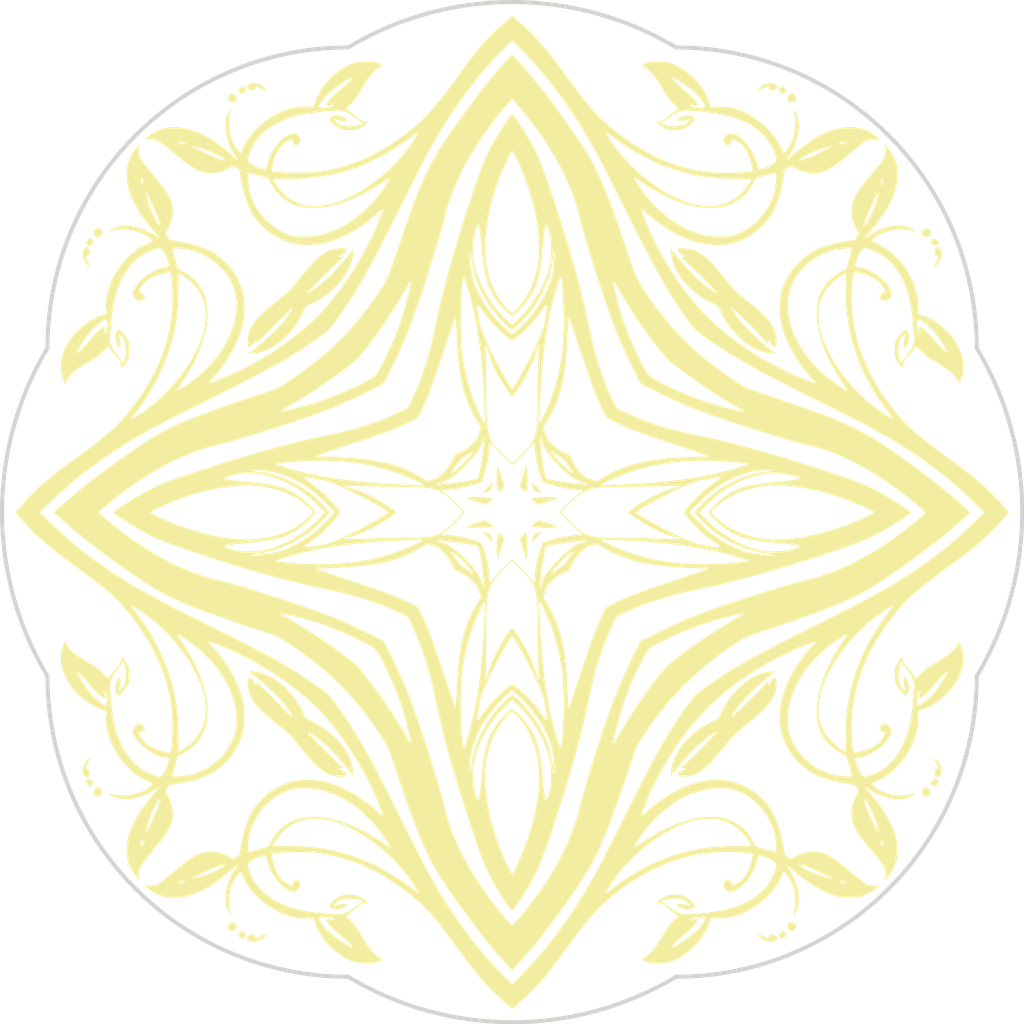
<source format=kicad_pcb>
(kicad_pcb (version 20171130) (host pcbnew "(5.0.0)")
  (layers (0 F.Cu signal) (31 B.Cu signal) (34 B.Paste user) (35 F.Paste user) (36 B.SilkS user) (37 F.SilkS user) (38 B.Mask user) (39 F.Mask user) (44 Edge.Cuts user))
  (net 0 "")
  (module Week-Theflower:Frontsilk (layer F.Cu) (at 157 96)
    (fp_text reference G*** hide)
    (fp_text value LOGO hide)
  )
  (gr_arc (start 157 103) (end 151.000001 112.999999) (angle -61.92751306) (layer Edge.Cuts) (width 0.15))
  (gr_arc (start 157 89) (end 162.999999 79.000001) (angle -61.92751306) (layer Edge.Cuts) (width 0.15))
  (gr_arc (start 164 96) (end 173.999999 101.999999) (angle -61.92751306) (layer Edge.Cuts) (width 0.15))
  (gr_arc (start 150 96) (end 140.000001 90.000001) (angle -61.92751306) (layer Edge.Cuts) (width 0.15))
  (gr_arc (start 163 102) (end 163 113) (angle -90) (layer Edge.Cuts) (width 0.15))
  (gr_arc (start 151 102) (end 140 102) (angle -90) (layer Edge.Cuts) (width 0.15))
  (gr_arc (start 151 90) (end 151 79) (angle -90) (layer Edge.Cuts) (width 0.15))
  (gr_arc (start 163 90) (end 174 90) (angle -90) (layer Edge.Cuts) (width 0.15))
)
</source>
